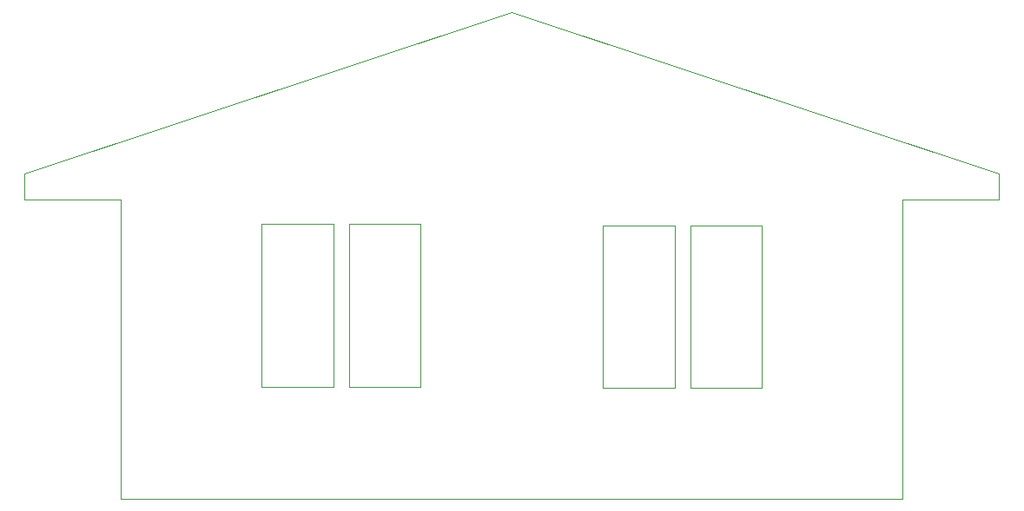
<source format=gbr>
From 21cf644a1123a6d4f2f9a294a118be31595e6011 Mon Sep 17 00:00:00 2001
From: Blaise Thompson <blaise@untzag.com>
Date: Mon, 28 Nov 2022 20:48:27 -0600
Subject: as ordered

---
 house/gerber/house-Edge_Cuts.gbr | 68 ++++++++++++++++++++++++++++++++++++++++
 1 file changed, 68 insertions(+)
 create mode 100644 house/gerber/house-Edge_Cuts.gbr

(limited to 'house/gerber/house-Edge_Cuts.gbr')

diff --git a/house/gerber/house-Edge_Cuts.gbr b/house/gerber/house-Edge_Cuts.gbr
new file mode 100644
index 0000000..0280fa7
--- /dev/null
+++ b/house/gerber/house-Edge_Cuts.gbr
@@ -0,0 +1,68 @@
+%TF.GenerationSoftware,KiCad,Pcbnew,6.0.9+dfsg-1*%
+%TF.CreationDate,2022-11-28T19:28:46-06:00*%
+%TF.ProjectId,house,686f7573-652e-46b6-9963-61645f706362,A*%
+%TF.SameCoordinates,Original*%
+%TF.FileFunction,Profile,NP*%
+%FSLAX46Y46*%
+G04 Gerber Fmt 4.6, Leading zero omitted, Abs format (unit mm)*
+G04 Created by KiCad (PCBNEW 6.0.9+dfsg-1) date 2022-11-28 19:28:46*
+%MOMM*%
+%LPD*%
+G01*
+G04 APERTURE LIST*
+%TA.AperFunction,Profile*%
+%ADD10C,0.050000*%
+%TD*%
+G04 APERTURE END LIST*
+D10*
+X157099000Y-90805000D02*
+X157099000Y-74930000D01*
+X177800000Y-101600000D02*
+X101600000Y-101600000D01*
+X177800000Y-72390000D02*
+X187198000Y-72390000D01*
+X148590000Y-74930000D02*
+X155575000Y-74930000D01*
+X101600000Y-72390000D02*
+X92202000Y-72390000D01*
+X177800000Y-101600000D02*
+X177800000Y-72390000D01*
+X115316000Y-90678000D02*
+X115316000Y-74803000D01*
+X187198000Y-72390000D02*
+X187198000Y-69850000D01*
+X157099000Y-74930000D02*
+X164084000Y-74930000D01*
+X164084000Y-74930000D02*
+X164084000Y-90805000D01*
+X115316000Y-74803000D02*
+X122301000Y-74803000D01*
+X139700000Y-54102000D02*
+X187198000Y-69850000D01*
+X92202000Y-72390000D02*
+X92202000Y-69850000D01*
+X157099000Y-90805000D02*
+X164084000Y-90805000D01*
+X122301000Y-90678000D02*
+X122301000Y-74803000D01*
+X130810000Y-74803000D02*
+X130810000Y-90678000D01*
+X123825000Y-74803000D02*
+X130810000Y-74803000D01*
+X123825000Y-90678000D02*
+X130810000Y-90678000D01*
+X155575000Y-90805000D02*
+X155575000Y-74930000D01*
+X123825000Y-90678000D02*
+X123825000Y-74803000D01*
+X101600000Y-101600000D02*
+X101600000Y-72390000D01*
+X139700000Y-54102000D02*
+X92202000Y-69850000D01*
+X148590000Y-90805000D02*
+X155575000Y-90805000D01*
+X148590000Y-90805000D02*
+X148590000Y-74930000D01*
+X122301000Y-90678000D02*
+X115316000Y-90678000D01*
+M02*
-- 
cgit v1.2.3


</source>
